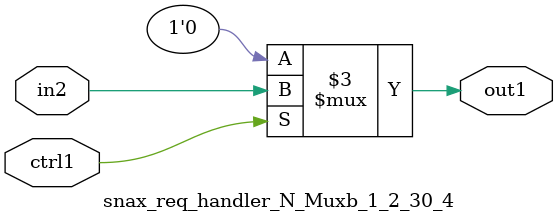
<source format=v>

`timescale 1ps / 1ps


module snax_req_handler_N_Muxb_1_2_30_4( in2, ctrl1, out1 );

    input in2;
    input ctrl1;
    output out1;
    reg out1;

    
    // rtl_process:snax_req_handler_N_Muxb_1_2_30_4/snax_req_handler_N_Muxb_1_2_30_4_thread_1
    always @*
      begin : snax_req_handler_N_Muxb_1_2_30_4_thread_1
        case (ctrl1) 
          1'b1: 
            begin
              out1 = in2;
            end
          default: 
            begin
              out1 = 1'b0;
            end
        endcase
      end

endmodule



</source>
